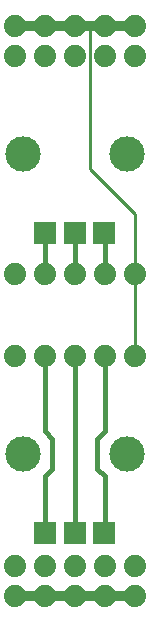
<source format=gbr>
G04 #@! TF.GenerationSoftware,KiCad,Pcbnew,(5.1.5)-3*
G04 #@! TF.CreationDate,2020-03-15T10:51:00-07:00*
G04 #@! TF.ProjectId,bbf-pots_v1,6262662d-706f-4747-935f-76312e6b6963,rev?*
G04 #@! TF.SameCoordinates,Original*
G04 #@! TF.FileFunction,Copper,L1,Top*
G04 #@! TF.FilePolarity,Positive*
%FSLAX46Y46*%
G04 Gerber Fmt 4.6, Leading zero omitted, Abs format (unit mm)*
G04 Created by KiCad (PCBNEW (5.1.5)-3) date 2020-03-15 10:51:00*
%MOMM*%
%LPD*%
G04 APERTURE LIST*
G04 #@! TA.AperFunction,ComponentPad*
%ADD10C,1.879600*%
G04 #@! TD*
G04 #@! TA.AperFunction,ComponentPad*
%ADD11C,3.000000*%
G04 #@! TD*
G04 #@! TA.AperFunction,ComponentPad*
%ADD12R,1.879600X1.879600*%
G04 #@! TD*
G04 #@! TA.AperFunction,Conductor*
%ADD13C,0.812800*%
G04 #@! TD*
G04 #@! TA.AperFunction,Conductor*
%ADD14C,0.254000*%
G04 #@! TD*
G04 #@! TA.AperFunction,Conductor*
%ADD15C,0.406400*%
G04 #@! TD*
G04 APERTURE END LIST*
D10*
G04 #@! TO.P,JP1,10*
G04 #@! TO.N,VCC*
X153581100Y-80868600D03*
G04 #@! TO.P,JP1,9*
G04 #@! TO.N,GND*
X153581100Y-83408600D03*
G04 #@! TO.P,JP1,8*
G04 #@! TO.N,VCC*
X151041100Y-80868600D03*
G04 #@! TO.P,JP1,7*
G04 #@! TO.N,GND*
X151041100Y-83408600D03*
G04 #@! TO.P,JP1,6*
G04 #@! TO.N,VCC*
X148501100Y-80868600D03*
G04 #@! TO.P,JP1,5*
G04 #@! TO.N,GND*
X148501100Y-83408600D03*
G04 #@! TO.P,JP1,4*
G04 #@! TO.N,VCC*
X145961100Y-80868600D03*
G04 #@! TO.P,JP1,3*
G04 #@! TO.N,GND*
X145961100Y-83408600D03*
G04 #@! TO.P,JP1,2*
G04 #@! TO.N,VCC*
X143421100Y-80868600D03*
G04 #@! TO.P,JP1,1*
G04 #@! TO.N,GND*
X143421100Y-83408600D03*
G04 #@! TD*
G04 #@! TO.P,JP2,10*
G04 #@! TO.N,GND*
X153581100Y-126588600D03*
G04 #@! TO.P,JP2,9*
G04 #@! TO.N,VEE*
X153581100Y-129128600D03*
G04 #@! TO.P,JP2,8*
G04 #@! TO.N,GND*
X151041100Y-126588600D03*
G04 #@! TO.P,JP2,7*
G04 #@! TO.N,VEE*
X151041100Y-129128600D03*
G04 #@! TO.P,JP2,6*
G04 #@! TO.N,GND*
X148501100Y-126588600D03*
G04 #@! TO.P,JP2,5*
G04 #@! TO.N,VEE*
X148501100Y-129128600D03*
G04 #@! TO.P,JP2,4*
G04 #@! TO.N,GND*
X145961100Y-126588600D03*
G04 #@! TO.P,JP2,3*
G04 #@! TO.N,VEE*
X145961100Y-129128600D03*
G04 #@! TO.P,JP2,2*
G04 #@! TO.N,GND*
X143421100Y-126588600D03*
G04 #@! TO.P,JP2,1*
G04 #@! TO.N,VEE*
X143421100Y-129128600D03*
G04 #@! TD*
D11*
G04 #@! TO.P,R23,P$5*
G04 #@! TO.N,N/C*
X144101100Y-91663600D03*
G04 #@! TO.P,R23,P$4*
X152901100Y-91663600D03*
D12*
G04 #@! TO.P,R23,P$3*
G04 #@! TO.N,Net-(JP3-Pad2)*
X146001100Y-98363600D03*
G04 #@! TO.P,R23,P$2*
G04 #@! TO.N,Net-(JP3-Pad3)*
X148501100Y-98363600D03*
G04 #@! TO.P,R23,P$1*
G04 #@! TO.N,Net-(JP3-Pad4)*
X151001100Y-98363600D03*
G04 #@! TD*
D10*
G04 #@! TO.P,JP3,5*
G04 #@! TO.N,VCC*
X153581100Y-101823600D03*
G04 #@! TO.P,JP3,4*
G04 #@! TO.N,Net-(JP3-Pad4)*
X151041100Y-101823600D03*
G04 #@! TO.P,JP3,3*
G04 #@! TO.N,Net-(JP3-Pad3)*
X148501100Y-101823600D03*
G04 #@! TO.P,JP3,2*
G04 #@! TO.N,Net-(JP3-Pad2)*
X145961100Y-101823600D03*
G04 #@! TO.P,JP3,1*
G04 #@! TO.N,GND*
X143421100Y-101823600D03*
G04 #@! TD*
D11*
G04 #@! TO.P,R1,P$5*
G04 #@! TO.N,N/C*
X144101100Y-117063600D03*
G04 #@! TO.P,R1,P$4*
X152901100Y-117063600D03*
D12*
G04 #@! TO.P,R1,P$3*
G04 #@! TO.N,Net-(JP4-Pad2)*
X146001100Y-123763600D03*
G04 #@! TO.P,R1,P$2*
G04 #@! TO.N,Net-(JP4-Pad3)*
X148501100Y-123763600D03*
G04 #@! TO.P,R1,P$1*
G04 #@! TO.N,Net-(JP4-Pad4)*
X151001100Y-123763600D03*
G04 #@! TD*
D10*
G04 #@! TO.P,JP4,5*
G04 #@! TO.N,VCC*
X153581100Y-108808600D03*
G04 #@! TO.P,JP4,4*
G04 #@! TO.N,Net-(JP4-Pad4)*
X151041100Y-108808600D03*
G04 #@! TO.P,JP4,3*
G04 #@! TO.N,Net-(JP4-Pad3)*
X148501100Y-108808600D03*
G04 #@! TO.P,JP4,2*
G04 #@! TO.N,Net-(JP4-Pad2)*
X145961100Y-108808600D03*
G04 #@! TO.P,JP4,1*
G04 #@! TO.N,GND*
X143421100Y-108808600D03*
G04 #@! TD*
D13*
G04 #@! TO.N,VCC*
X145961100Y-80868600D02*
X143421100Y-80868600D01*
X148501100Y-80868600D02*
X145961100Y-80868600D01*
X149771100Y-80868600D02*
X148501100Y-80868600D01*
X149771100Y-80868600D02*
X151041100Y-80868600D01*
X151041100Y-80868600D02*
X153581100Y-80868600D01*
D14*
X153581100Y-101823600D02*
X153581100Y-96743600D01*
X153581100Y-108808600D02*
X153581100Y-101823600D01*
X153581100Y-96743600D02*
X149771100Y-92933600D01*
X149771100Y-92933600D02*
X149771100Y-80868600D01*
D13*
G04 #@! TO.N,VEE*
X143421100Y-129128600D02*
X145961100Y-129128600D01*
X145961100Y-129128600D02*
X148501100Y-129128600D01*
X148501100Y-129128600D02*
X151041100Y-129128600D01*
X151041100Y-129128600D02*
X153581100Y-129128600D01*
D15*
G04 #@! TO.N,Net-(JP3-Pad2)*
X145961100Y-98403600D02*
X146001100Y-98363600D01*
X145961100Y-101823600D02*
X145961100Y-98403600D01*
G04 #@! TO.N,Net-(JP3-Pad3)*
X148501100Y-101823600D02*
X148501100Y-98363600D01*
G04 #@! TO.N,Net-(JP3-Pad4)*
X151041100Y-98403600D02*
X151001100Y-98363600D01*
X151041100Y-101823600D02*
X151041100Y-98403600D01*
G04 #@! TO.N,Net-(JP4-Pad2)*
X146001100Y-123763600D02*
X145961100Y-123723600D01*
X145961100Y-123723600D02*
X145961100Y-118968600D01*
X145961100Y-118968600D02*
X146596100Y-118333600D01*
X146596100Y-118333600D02*
X146596100Y-115793600D01*
X146596100Y-115793600D02*
X145961100Y-115158600D01*
X145961100Y-115158600D02*
X145961100Y-114523600D01*
X145961100Y-114523600D02*
X145961100Y-108808600D01*
G04 #@! TO.N,Net-(JP4-Pad3)*
X148501100Y-123763600D02*
X148501100Y-108808600D01*
G04 #@! TO.N,Net-(JP4-Pad4)*
X151001100Y-123763600D02*
X151041100Y-123723600D01*
X151041100Y-123723600D02*
X151041100Y-118968600D01*
X151041100Y-118968600D02*
X150406100Y-118333600D01*
X150406100Y-118333600D02*
X150406100Y-115793600D01*
X150406100Y-115793600D02*
X151041100Y-115158600D01*
X151041100Y-115158600D02*
X151041100Y-108808600D01*
G04 #@! TD*
M02*

</source>
